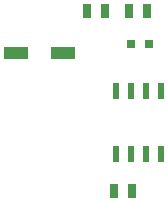
<source format=gtp>
G04 (created by PCBNEW-RS274X (2012-apr-16-27)-stable) date Fri 25 Jan 2013 12:50:33 PM PST*
G01*
G70*
G90*
%MOIN*%
G04 Gerber Fmt 3.4, Leading zero omitted, Abs format*
%FSLAX34Y34*%
G04 APERTURE LIST*
%ADD10C,0.006000*%
%ADD11R,0.023600X0.055100*%
%ADD12R,0.025000X0.045000*%
%ADD13R,0.078700X0.039400*%
%ADD14R,0.031500X0.031500*%
G04 APERTURE END LIST*
G54D10*
G54D11*
X62640Y-44615D03*
X62640Y-46715D03*
X63140Y-44615D03*
X63640Y-44615D03*
X64140Y-44615D03*
X63140Y-46715D03*
X63640Y-46715D03*
X64140Y-46715D03*
G54D12*
X63190Y-47965D03*
X62590Y-47965D03*
X63090Y-41965D03*
X63690Y-41965D03*
X62290Y-41965D03*
X61690Y-41965D03*
G54D13*
X59303Y-43365D03*
X60877Y-43365D03*
G54D14*
X63145Y-43040D03*
X63735Y-43040D03*
M02*

</source>
